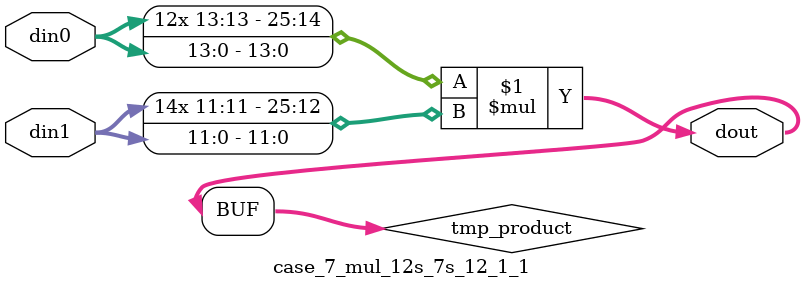
<source format=v>

`timescale 1 ns / 1 ps

 module case_7_mul_12s_7s_12_1_1(din0, din1, dout);
parameter ID = 1;
parameter NUM_STAGE = 0;
parameter din0_WIDTH = 14;
parameter din1_WIDTH = 12;
parameter dout_WIDTH = 26;

input [din0_WIDTH - 1 : 0] din0; 
input [din1_WIDTH - 1 : 0] din1; 
output [dout_WIDTH - 1 : 0] dout;

wire signed [dout_WIDTH - 1 : 0] tmp_product;



























assign tmp_product = $signed(din0) * $signed(din1);








assign dout = tmp_product;





















endmodule

</source>
